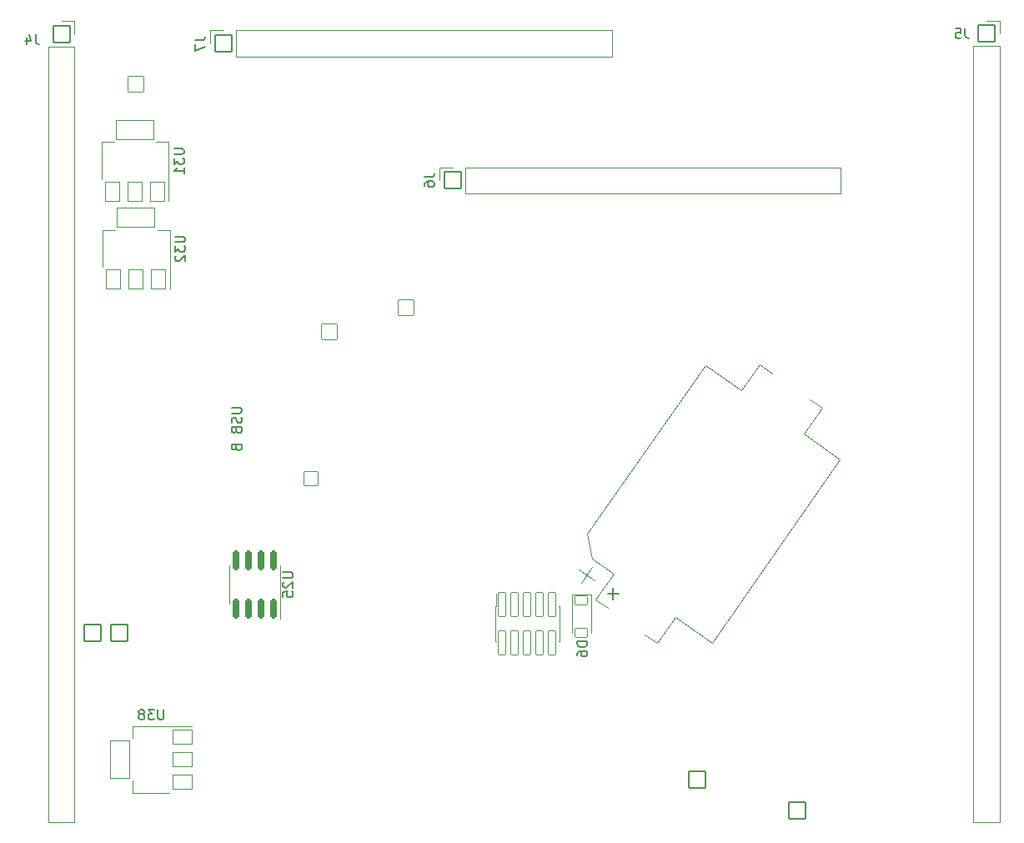
<source format=gbr>
%TF.GenerationSoftware,KiCad,Pcbnew,7.0.8*%
%TF.CreationDate,2024-09-29T20:52:00+01:00*%
%TF.ProjectId,polygonus-Shortage-Version,706f6c79-676f-46e7-9573-2d53686f7274,rev?*%
%TF.SameCoordinates,Original*%
%TF.FileFunction,Legend,Bot*%
%TF.FilePolarity,Positive*%
%FSLAX46Y46*%
G04 Gerber Fmt 4.6, Leading zero omitted, Abs format (unit mm)*
G04 Created by KiCad (PCBNEW 7.0.8) date 2024-09-29 20:52:00*
%MOMM*%
%LPD*%
G01*
G04 APERTURE LIST*
G04 Aperture macros list*
%AMRoundRect*
0 Rectangle with rounded corners*
0 $1 Rounding radius*
0 $2 $3 $4 $5 $6 $7 $8 $9 X,Y pos of 4 corners*
0 Add a 4 corners polygon primitive as box body*
4,1,4,$2,$3,$4,$5,$6,$7,$8,$9,$2,$3,0*
0 Add four circle primitives for the rounded corners*
1,1,$1+$1,$2,$3*
1,1,$1+$1,$4,$5*
1,1,$1+$1,$6,$7*
1,1,$1+$1,$8,$9*
0 Add four rect primitives between the rounded corners*
20,1,$1+$1,$2,$3,$4,$5,0*
20,1,$1+$1,$4,$5,$6,$7,0*
20,1,$1+$1,$6,$7,$8,$9,0*
20,1,$1+$1,$8,$9,$2,$3,0*%
G04 Aperture macros list end*
%ADD10C,0.150000*%
%ADD11C,0.200000*%
%ADD12C,0.120000*%
%ADD13RoundRect,0.048000X0.800000X0.800000X-0.800000X0.800000X-0.800000X-0.800000X0.800000X-0.800000X0*%
%ADD14C,1.696000*%
%ADD15RoundRect,0.048000X0.850000X-0.850000X0.850000X0.850000X-0.850000X0.850000X-0.850000X-0.850000X0*%
%ADD16O,1.796000X1.796000*%
%ADD17RoundRect,0.048000X0.800000X-0.800000X0.800000X0.800000X-0.800000X0.800000X-0.800000X-0.800000X0*%
%ADD18RoundRect,0.048000X-0.700000X0.700000X-0.700000X-0.700000X0.700000X-0.700000X0.700000X0.700000X0*%
%ADD19C,1.496000*%
%ADD20C,3.096000*%
%ADD21C,1.086600*%
%ADD22RoundRect,0.048000X-0.850000X-0.850000X0.850000X-0.850000X0.850000X0.850000X-0.850000X0.850000X0*%
%ADD23RoundRect,0.048000X-0.370000X1.200000X-0.370000X-1.200000X0.370000X-1.200000X0.370000X1.200000X0*%
%ADD24RoundRect,0.048000X-0.728824X2.097335X-2.220123X-0.032460X0.728824X-2.097335X2.220123X0.032460X0*%
%ADD25RoundRect,0.198000X0.150000X-0.825000X0.150000X0.825000X-0.150000X0.825000X-0.150000X-0.825000X0*%
%ADD26RoundRect,0.048000X0.750000X-1.000000X0.750000X1.000000X-0.750000X1.000000X-0.750000X-1.000000X0*%
%ADD27RoundRect,0.048000X1.900000X-1.000000X1.900000X1.000000X-1.900000X1.000000X-1.900000X-1.000000X0*%
%ADD28RoundRect,0.048000X0.850000X0.850000X-0.850000X0.850000X-0.850000X-0.850000X0.850000X-0.850000X0*%
%ADD29RoundRect,0.048000X1.000000X0.750000X-1.000000X0.750000X-1.000000X-0.750000X1.000000X-0.750000X0*%
%ADD30RoundRect,0.048000X1.000000X1.900000X-1.000000X1.900000X-1.000000X-1.900000X1.000000X-1.900000X0*%
%ADD31RoundRect,0.048000X-0.850000X0.850000X-0.850000X-0.850000X0.850000X-0.850000X0.850000X0.850000X0*%
%ADD32RoundRect,0.048000X-0.600000X0.450000X-0.600000X-0.450000X0.600000X-0.450000X0.600000X0.450000X0*%
G04 APERTURE END LIST*
D10*
X78657819Y-95295143D02*
X79467342Y-95295143D01*
X79467342Y-95295143D02*
X79562580Y-95342762D01*
X79562580Y-95342762D02*
X79610200Y-95390381D01*
X79610200Y-95390381D02*
X79657819Y-95485619D01*
X79657819Y-95485619D02*
X79657819Y-95676095D01*
X79657819Y-95676095D02*
X79610200Y-95771333D01*
X79610200Y-95771333D02*
X79562580Y-95818952D01*
X79562580Y-95818952D02*
X79467342Y-95866571D01*
X79467342Y-95866571D02*
X78657819Y-95866571D01*
X79610200Y-96295143D02*
X79657819Y-96438000D01*
X79657819Y-96438000D02*
X79657819Y-96676095D01*
X79657819Y-96676095D02*
X79610200Y-96771333D01*
X79610200Y-96771333D02*
X79562580Y-96818952D01*
X79562580Y-96818952D02*
X79467342Y-96866571D01*
X79467342Y-96866571D02*
X79372104Y-96866571D01*
X79372104Y-96866571D02*
X79276866Y-96818952D01*
X79276866Y-96818952D02*
X79229247Y-96771333D01*
X79229247Y-96771333D02*
X79181628Y-96676095D01*
X79181628Y-96676095D02*
X79134009Y-96485619D01*
X79134009Y-96485619D02*
X79086390Y-96390381D01*
X79086390Y-96390381D02*
X79038771Y-96342762D01*
X79038771Y-96342762D02*
X78943533Y-96295143D01*
X78943533Y-96295143D02*
X78848295Y-96295143D01*
X78848295Y-96295143D02*
X78753057Y-96342762D01*
X78753057Y-96342762D02*
X78705438Y-96390381D01*
X78705438Y-96390381D02*
X78657819Y-96485619D01*
X78657819Y-96485619D02*
X78657819Y-96723714D01*
X78657819Y-96723714D02*
X78705438Y-96866571D01*
X79134009Y-97628476D02*
X79181628Y-97771333D01*
X79181628Y-97771333D02*
X79229247Y-97818952D01*
X79229247Y-97818952D02*
X79324485Y-97866571D01*
X79324485Y-97866571D02*
X79467342Y-97866571D01*
X79467342Y-97866571D02*
X79562580Y-97818952D01*
X79562580Y-97818952D02*
X79610200Y-97771333D01*
X79610200Y-97771333D02*
X79657819Y-97676095D01*
X79657819Y-97676095D02*
X79657819Y-97295143D01*
X79657819Y-97295143D02*
X78657819Y-97295143D01*
X78657819Y-97295143D02*
X78657819Y-97628476D01*
X78657819Y-97628476D02*
X78705438Y-97723714D01*
X78705438Y-97723714D02*
X78753057Y-97771333D01*
X78753057Y-97771333D02*
X78848295Y-97818952D01*
X78848295Y-97818952D02*
X78943533Y-97818952D01*
X78943533Y-97818952D02*
X79038771Y-97771333D01*
X79038771Y-97771333D02*
X79086390Y-97723714D01*
X79086390Y-97723714D02*
X79134009Y-97628476D01*
X79134009Y-97628476D02*
X79134009Y-97295143D01*
X79134009Y-99390381D02*
X79181628Y-99533238D01*
X79181628Y-99533238D02*
X79229247Y-99580857D01*
X79229247Y-99580857D02*
X79324485Y-99628476D01*
X79324485Y-99628476D02*
X79467342Y-99628476D01*
X79467342Y-99628476D02*
X79562580Y-99580857D01*
X79562580Y-99580857D02*
X79610200Y-99533238D01*
X79610200Y-99533238D02*
X79657819Y-99438000D01*
X79657819Y-99438000D02*
X79657819Y-99057048D01*
X79657819Y-99057048D02*
X78657819Y-99057048D01*
X78657819Y-99057048D02*
X78657819Y-99390381D01*
X78657819Y-99390381D02*
X78705438Y-99485619D01*
X78705438Y-99485619D02*
X78753057Y-99533238D01*
X78753057Y-99533238D02*
X78848295Y-99580857D01*
X78848295Y-99580857D02*
X78943533Y-99580857D01*
X78943533Y-99580857D02*
X79038771Y-99533238D01*
X79038771Y-99533238D02*
X79086390Y-99485619D01*
X79086390Y-99485619D02*
X79134009Y-99390381D01*
X79134009Y-99390381D02*
X79134009Y-99057048D01*
D11*
X117954807Y-114204156D02*
X116811950Y-114204156D01*
X117383378Y-114775584D02*
X117383378Y-113632727D01*
D10*
X83869875Y-112019100D02*
X84679398Y-112019100D01*
X84679398Y-112019100D02*
X84774636Y-112066719D01*
X84774636Y-112066719D02*
X84822256Y-112114338D01*
X84822256Y-112114338D02*
X84869875Y-112209576D01*
X84869875Y-112209576D02*
X84869875Y-112400052D01*
X84869875Y-112400052D02*
X84822256Y-112495290D01*
X84822256Y-112495290D02*
X84774636Y-112542909D01*
X84774636Y-112542909D02*
X84679398Y-112590528D01*
X84679398Y-112590528D02*
X83869875Y-112590528D01*
X83965113Y-113019100D02*
X83917494Y-113066719D01*
X83917494Y-113066719D02*
X83869875Y-113161957D01*
X83869875Y-113161957D02*
X83869875Y-113400052D01*
X83869875Y-113400052D02*
X83917494Y-113495290D01*
X83917494Y-113495290D02*
X83965113Y-113542909D01*
X83965113Y-113542909D02*
X84060351Y-113590528D01*
X84060351Y-113590528D02*
X84155589Y-113590528D01*
X84155589Y-113590528D02*
X84298446Y-113542909D01*
X84298446Y-113542909D02*
X84869875Y-112971481D01*
X84869875Y-112971481D02*
X84869875Y-113590528D01*
X83869875Y-114495290D02*
X83869875Y-114019100D01*
X83869875Y-114019100D02*
X84346065Y-113971481D01*
X84346065Y-113971481D02*
X84298446Y-114019100D01*
X84298446Y-114019100D02*
X84250827Y-114114338D01*
X84250827Y-114114338D02*
X84250827Y-114352433D01*
X84250827Y-114352433D02*
X84298446Y-114447671D01*
X84298446Y-114447671D02*
X84346065Y-114495290D01*
X84346065Y-114495290D02*
X84441303Y-114542909D01*
X84441303Y-114542909D02*
X84679398Y-114542909D01*
X84679398Y-114542909D02*
X84774636Y-114495290D01*
X84774636Y-114495290D02*
X84822256Y-114447671D01*
X84822256Y-114447671D02*
X84869875Y-114352433D01*
X84869875Y-114352433D02*
X84869875Y-114114338D01*
X84869875Y-114114338D02*
X84822256Y-114019100D01*
X84822256Y-114019100D02*
X84774636Y-113971481D01*
X72908229Y-77913100D02*
X73717752Y-77913100D01*
X73717752Y-77913100D02*
X73812990Y-77960719D01*
X73812990Y-77960719D02*
X73860610Y-78008338D01*
X73860610Y-78008338D02*
X73908229Y-78103576D01*
X73908229Y-78103576D02*
X73908229Y-78294052D01*
X73908229Y-78294052D02*
X73860610Y-78389290D01*
X73860610Y-78389290D02*
X73812990Y-78436909D01*
X73812990Y-78436909D02*
X73717752Y-78484528D01*
X73717752Y-78484528D02*
X72908229Y-78484528D01*
X72908229Y-78865481D02*
X72908229Y-79484528D01*
X72908229Y-79484528D02*
X73289181Y-79151195D01*
X73289181Y-79151195D02*
X73289181Y-79294052D01*
X73289181Y-79294052D02*
X73336800Y-79389290D01*
X73336800Y-79389290D02*
X73384419Y-79436909D01*
X73384419Y-79436909D02*
X73479657Y-79484528D01*
X73479657Y-79484528D02*
X73717752Y-79484528D01*
X73717752Y-79484528D02*
X73812990Y-79436909D01*
X73812990Y-79436909D02*
X73860610Y-79389290D01*
X73860610Y-79389290D02*
X73908229Y-79294052D01*
X73908229Y-79294052D02*
X73908229Y-79008338D01*
X73908229Y-79008338D02*
X73860610Y-78913100D01*
X73860610Y-78913100D02*
X73812990Y-78865481D01*
X73003467Y-79865481D02*
X72955848Y-79913100D01*
X72955848Y-79913100D02*
X72908229Y-80008338D01*
X72908229Y-80008338D02*
X72908229Y-80246433D01*
X72908229Y-80246433D02*
X72955848Y-80341671D01*
X72955848Y-80341671D02*
X73003467Y-80389290D01*
X73003467Y-80389290D02*
X73098705Y-80436909D01*
X73098705Y-80436909D02*
X73193943Y-80436909D01*
X73193943Y-80436909D02*
X73336800Y-80389290D01*
X73336800Y-80389290D02*
X73908229Y-79817862D01*
X73908229Y-79817862D02*
X73908229Y-80436909D01*
X58730994Y-57385580D02*
X58730994Y-58099865D01*
X58730994Y-58099865D02*
X58778613Y-58242722D01*
X58778613Y-58242722D02*
X58873851Y-58337961D01*
X58873851Y-58337961D02*
X59016708Y-58385580D01*
X59016708Y-58385580D02*
X59111946Y-58385580D01*
X57826232Y-57718913D02*
X57826232Y-58385580D01*
X58064327Y-57337961D02*
X58302422Y-58052246D01*
X58302422Y-58052246D02*
X57683375Y-58052246D01*
X72801020Y-69001246D02*
X73610543Y-69001246D01*
X73610543Y-69001246D02*
X73705781Y-69048865D01*
X73705781Y-69048865D02*
X73753401Y-69096484D01*
X73753401Y-69096484D02*
X73801020Y-69191722D01*
X73801020Y-69191722D02*
X73801020Y-69382198D01*
X73801020Y-69382198D02*
X73753401Y-69477436D01*
X73753401Y-69477436D02*
X73705781Y-69525055D01*
X73705781Y-69525055D02*
X73610543Y-69572674D01*
X73610543Y-69572674D02*
X72801020Y-69572674D01*
X72801020Y-69953627D02*
X72801020Y-70572674D01*
X72801020Y-70572674D02*
X73181972Y-70239341D01*
X73181972Y-70239341D02*
X73181972Y-70382198D01*
X73181972Y-70382198D02*
X73229591Y-70477436D01*
X73229591Y-70477436D02*
X73277210Y-70525055D01*
X73277210Y-70525055D02*
X73372448Y-70572674D01*
X73372448Y-70572674D02*
X73610543Y-70572674D01*
X73610543Y-70572674D02*
X73705781Y-70525055D01*
X73705781Y-70525055D02*
X73753401Y-70477436D01*
X73753401Y-70477436D02*
X73801020Y-70382198D01*
X73801020Y-70382198D02*
X73801020Y-70096484D01*
X73801020Y-70096484D02*
X73753401Y-70001246D01*
X73753401Y-70001246D02*
X73705781Y-69953627D01*
X73801020Y-71525055D02*
X73801020Y-70953627D01*
X73801020Y-71239341D02*
X72801020Y-71239341D01*
X72801020Y-71239341D02*
X72943877Y-71144103D01*
X72943877Y-71144103D02*
X73039115Y-71048865D01*
X73039115Y-71048865D02*
X73086734Y-70953627D01*
X71741355Y-125976959D02*
X71741355Y-126786482D01*
X71741355Y-126786482D02*
X71693736Y-126881720D01*
X71693736Y-126881720D02*
X71646117Y-126929340D01*
X71646117Y-126929340D02*
X71550879Y-126976959D01*
X71550879Y-126976959D02*
X71360403Y-126976959D01*
X71360403Y-126976959D02*
X71265165Y-126929340D01*
X71265165Y-126929340D02*
X71217546Y-126881720D01*
X71217546Y-126881720D02*
X71169927Y-126786482D01*
X71169927Y-126786482D02*
X71169927Y-125976959D01*
X70788974Y-125976959D02*
X70169927Y-125976959D01*
X70169927Y-125976959D02*
X70503260Y-126357911D01*
X70503260Y-126357911D02*
X70360403Y-126357911D01*
X70360403Y-126357911D02*
X70265165Y-126405530D01*
X70265165Y-126405530D02*
X70217546Y-126453149D01*
X70217546Y-126453149D02*
X70169927Y-126548387D01*
X70169927Y-126548387D02*
X70169927Y-126786482D01*
X70169927Y-126786482D02*
X70217546Y-126881720D01*
X70217546Y-126881720D02*
X70265165Y-126929340D01*
X70265165Y-126929340D02*
X70360403Y-126976959D01*
X70360403Y-126976959D02*
X70646117Y-126976959D01*
X70646117Y-126976959D02*
X70741355Y-126929340D01*
X70741355Y-126929340D02*
X70788974Y-126881720D01*
X69598498Y-126405530D02*
X69693736Y-126357911D01*
X69693736Y-126357911D02*
X69741355Y-126310292D01*
X69741355Y-126310292D02*
X69788974Y-126215054D01*
X69788974Y-126215054D02*
X69788974Y-126167435D01*
X69788974Y-126167435D02*
X69741355Y-126072197D01*
X69741355Y-126072197D02*
X69693736Y-126024578D01*
X69693736Y-126024578D02*
X69598498Y-125976959D01*
X69598498Y-125976959D02*
X69408022Y-125976959D01*
X69408022Y-125976959D02*
X69312784Y-126024578D01*
X69312784Y-126024578D02*
X69265165Y-126072197D01*
X69265165Y-126072197D02*
X69217546Y-126167435D01*
X69217546Y-126167435D02*
X69217546Y-126215054D01*
X69217546Y-126215054D02*
X69265165Y-126310292D01*
X69265165Y-126310292D02*
X69312784Y-126357911D01*
X69312784Y-126357911D02*
X69408022Y-126405530D01*
X69408022Y-126405530D02*
X69598498Y-126405530D01*
X69598498Y-126405530D02*
X69693736Y-126453149D01*
X69693736Y-126453149D02*
X69741355Y-126500768D01*
X69741355Y-126500768D02*
X69788974Y-126596006D01*
X69788974Y-126596006D02*
X69788974Y-126786482D01*
X69788974Y-126786482D02*
X69741355Y-126881720D01*
X69741355Y-126881720D02*
X69693736Y-126929340D01*
X69693736Y-126929340D02*
X69598498Y-126976959D01*
X69598498Y-126976959D02*
X69408022Y-126976959D01*
X69408022Y-126976959D02*
X69312784Y-126929340D01*
X69312784Y-126929340D02*
X69265165Y-126881720D01*
X69265165Y-126881720D02*
X69217546Y-126786482D01*
X69217546Y-126786482D02*
X69217546Y-126596006D01*
X69217546Y-126596006D02*
X69265165Y-126500768D01*
X69265165Y-126500768D02*
X69312784Y-126453149D01*
X69312784Y-126453149D02*
X69408022Y-126405530D01*
X98207105Y-71879637D02*
X98921390Y-71879637D01*
X98921390Y-71879637D02*
X99064247Y-71832018D01*
X99064247Y-71832018D02*
X99159486Y-71736780D01*
X99159486Y-71736780D02*
X99207105Y-71593923D01*
X99207105Y-71593923D02*
X99207105Y-71498685D01*
X98207105Y-72784399D02*
X98207105Y-72593923D01*
X98207105Y-72593923D02*
X98254724Y-72498685D01*
X98254724Y-72498685D02*
X98302343Y-72451066D01*
X98302343Y-72451066D02*
X98445200Y-72355828D01*
X98445200Y-72355828D02*
X98635676Y-72308209D01*
X98635676Y-72308209D02*
X99016628Y-72308209D01*
X99016628Y-72308209D02*
X99111866Y-72355828D01*
X99111866Y-72355828D02*
X99159486Y-72403447D01*
X99159486Y-72403447D02*
X99207105Y-72498685D01*
X99207105Y-72498685D02*
X99207105Y-72689161D01*
X99207105Y-72689161D02*
X99159486Y-72784399D01*
X99159486Y-72784399D02*
X99111866Y-72832018D01*
X99111866Y-72832018D02*
X99016628Y-72879637D01*
X99016628Y-72879637D02*
X98778533Y-72879637D01*
X98778533Y-72879637D02*
X98683295Y-72832018D01*
X98683295Y-72832018D02*
X98635676Y-72784399D01*
X98635676Y-72784399D02*
X98588057Y-72689161D01*
X98588057Y-72689161D02*
X98588057Y-72498685D01*
X98588057Y-72498685D02*
X98635676Y-72403447D01*
X98635676Y-72403447D02*
X98683295Y-72355828D01*
X98683295Y-72355828D02*
X98778533Y-72308209D01*
X114749031Y-119056310D02*
X113749031Y-119056310D01*
X113749031Y-119056310D02*
X113749031Y-119294405D01*
X113749031Y-119294405D02*
X113796650Y-119437262D01*
X113796650Y-119437262D02*
X113891888Y-119532500D01*
X113891888Y-119532500D02*
X113987126Y-119580119D01*
X113987126Y-119580119D02*
X114177602Y-119627738D01*
X114177602Y-119627738D02*
X114320459Y-119627738D01*
X114320459Y-119627738D02*
X114510935Y-119580119D01*
X114510935Y-119580119D02*
X114606173Y-119532500D01*
X114606173Y-119532500D02*
X114701412Y-119437262D01*
X114701412Y-119437262D02*
X114749031Y-119294405D01*
X114749031Y-119294405D02*
X114749031Y-119056310D01*
X113749031Y-120484881D02*
X113749031Y-120294405D01*
X113749031Y-120294405D02*
X113796650Y-120199167D01*
X113796650Y-120199167D02*
X113844269Y-120151548D01*
X113844269Y-120151548D02*
X113987126Y-120056310D01*
X113987126Y-120056310D02*
X114177602Y-120008691D01*
X114177602Y-120008691D02*
X114558554Y-120008691D01*
X114558554Y-120008691D02*
X114653792Y-120056310D01*
X114653792Y-120056310D02*
X114701412Y-120103929D01*
X114701412Y-120103929D02*
X114749031Y-120199167D01*
X114749031Y-120199167D02*
X114749031Y-120389643D01*
X114749031Y-120389643D02*
X114701412Y-120484881D01*
X114701412Y-120484881D02*
X114653792Y-120532500D01*
X114653792Y-120532500D02*
X114558554Y-120580119D01*
X114558554Y-120580119D02*
X114320459Y-120580119D01*
X114320459Y-120580119D02*
X114225221Y-120532500D01*
X114225221Y-120532500D02*
X114177602Y-120484881D01*
X114177602Y-120484881D02*
X114129983Y-120389643D01*
X114129983Y-120389643D02*
X114129983Y-120199167D01*
X114129983Y-120199167D02*
X114177602Y-120103929D01*
X114177602Y-120103929D02*
X114225221Y-120056310D01*
X114225221Y-120056310D02*
X114320459Y-120008691D01*
X153132376Y-56785040D02*
X153132376Y-57499325D01*
X153132376Y-57499325D02*
X153179995Y-57642182D01*
X153179995Y-57642182D02*
X153275233Y-57737421D01*
X153275233Y-57737421D02*
X153418090Y-57785040D01*
X153418090Y-57785040D02*
X153513328Y-57785040D01*
X152179995Y-56785040D02*
X152656185Y-56785040D01*
X152656185Y-56785040D02*
X152703804Y-57261230D01*
X152703804Y-57261230D02*
X152656185Y-57213611D01*
X152656185Y-57213611D02*
X152560947Y-57165992D01*
X152560947Y-57165992D02*
X152322852Y-57165992D01*
X152322852Y-57165992D02*
X152227614Y-57213611D01*
X152227614Y-57213611D02*
X152179995Y-57261230D01*
X152179995Y-57261230D02*
X152132376Y-57356468D01*
X152132376Y-57356468D02*
X152132376Y-57594563D01*
X152132376Y-57594563D02*
X152179995Y-57689801D01*
X152179995Y-57689801D02*
X152227614Y-57737421D01*
X152227614Y-57737421D02*
X152322852Y-57785040D01*
X152322852Y-57785040D02*
X152560947Y-57785040D01*
X152560947Y-57785040D02*
X152656185Y-57737421D01*
X152656185Y-57737421D02*
X152703804Y-57689801D01*
X74930819Y-57987754D02*
X75645104Y-57987754D01*
X75645104Y-57987754D02*
X75787961Y-57940135D01*
X75787961Y-57940135D02*
X75883200Y-57844897D01*
X75883200Y-57844897D02*
X75930819Y-57702040D01*
X75930819Y-57702040D02*
X75930819Y-57606802D01*
X74930819Y-58368707D02*
X74930819Y-59035373D01*
X74930819Y-59035373D02*
X75930819Y-58606802D01*
D12*
%TO.C,J8*%
X105497000Y-114160000D02*
X105497000Y-115485000D01*
X111902000Y-115485000D02*
X111902000Y-119015000D01*
X111837000Y-115485000D02*
X111902000Y-115485000D01*
X105432000Y-115485000D02*
X105497000Y-115485000D01*
X105432000Y-115485000D02*
X105432000Y-119015000D01*
X111837000Y-119015000D02*
X111902000Y-119015000D01*
X105432000Y-119015000D02*
X105497000Y-119015000D01*
%TO.C,BT1*%
X115582727Y-114768393D02*
X116852413Y-115657436D01*
X121890198Y-119184932D02*
X120620513Y-118295888D01*
X115529746Y-112839094D02*
X113891442Y-111691942D01*
X115284170Y-111446366D02*
X114137018Y-113084670D01*
X115206462Y-110598450D02*
X117418172Y-112147106D01*
X117418172Y-112147106D02*
X115582727Y-114768393D01*
X123725643Y-116563645D02*
X121890198Y-119184932D01*
X127411827Y-119144739D02*
X123725643Y-116563645D01*
X127411827Y-119144739D02*
X140432012Y-100549988D01*
X114764425Y-108091539D02*
X115206462Y-110598450D01*
X126752173Y-90971261D02*
X114764425Y-108091539D01*
X126752173Y-90971261D02*
X130438357Y-93552355D01*
X130438357Y-93552355D02*
X132273802Y-90931068D01*
X136745828Y-97968894D02*
X138581273Y-95347607D01*
X140432012Y-100549988D02*
X136745828Y-97968894D01*
X132273802Y-90931068D02*
X133543487Y-91820112D01*
X138581273Y-95347607D02*
X137311587Y-94458564D01*
%TO.C,U25*%
X78455056Y-113257195D02*
X78455056Y-115207195D01*
X78455056Y-113257195D02*
X78455056Y-111307195D01*
X83575056Y-113257195D02*
X83575056Y-116707195D01*
X83575056Y-113257195D02*
X83575056Y-111307195D01*
%TO.C,U32*%
X72363410Y-83251195D02*
X72363410Y-77241195D01*
X65543410Y-81001195D02*
X65543410Y-77241195D01*
X65543410Y-77241195D02*
X66803410Y-77241195D01*
X72363410Y-77241195D02*
X71103410Y-77241195D01*
%TO.C,J4*%
X62693317Y-137405316D02*
X60033317Y-137405316D01*
X62693317Y-58605316D02*
X62693317Y-137405316D01*
X62693317Y-58605316D02*
X60033317Y-58605316D01*
X62693317Y-57335316D02*
X62693317Y-56005316D01*
X62693317Y-56005316D02*
X61363317Y-56005316D01*
X60033317Y-58605316D02*
X60033317Y-137405316D01*
%TO.C,U31*%
X72256201Y-74339341D02*
X72256201Y-68329341D01*
X65436201Y-72089341D02*
X65436201Y-68329341D01*
X65436201Y-68329341D02*
X66696201Y-68329341D01*
X72256201Y-68329341D02*
X70996201Y-68329341D01*
%TO.C,U38*%
X74603261Y-127612140D02*
X68593261Y-127612140D01*
X72353261Y-134432140D02*
X68593261Y-134432140D01*
X68593261Y-134432140D02*
X68593261Y-133172140D01*
X68593261Y-127612140D02*
X68593261Y-128872140D01*
%TO.C,J6*%
X140512286Y-70882971D02*
X140512286Y-73542971D01*
X102352286Y-70882971D02*
X140512286Y-70882971D01*
X102352286Y-70882971D02*
X102352286Y-73542971D01*
X101082286Y-70882971D02*
X99752286Y-70882971D01*
X99752286Y-70882971D02*
X99752286Y-72212971D01*
X102352286Y-73542971D02*
X140512286Y-73542971D01*
%TO.C,D6*%
X115184431Y-114276731D02*
X115184431Y-118176731D01*
X113184431Y-114276731D02*
X115184431Y-114276731D01*
X113184431Y-114276731D02*
X113184431Y-118176731D01*
%TO.C,J5*%
X156606000Y-137400221D02*
X153946000Y-137400221D01*
X156606000Y-58600221D02*
X156606000Y-137400221D01*
X156606000Y-58600221D02*
X153946000Y-58600221D01*
X156606000Y-57330221D02*
X156606000Y-56000221D01*
X156606000Y-56000221D02*
X155276000Y-56000221D01*
X153946000Y-58600221D02*
X153946000Y-137400221D01*
%TO.C,J7*%
X117236000Y-56991088D02*
X117236000Y-59651088D01*
X79076000Y-56991088D02*
X117236000Y-56991088D01*
X79076000Y-56991088D02*
X79076000Y-59651088D01*
X77806000Y-56991088D02*
X76476000Y-56991088D01*
X76476000Y-56991088D02*
X76476000Y-58321088D01*
X79076000Y-59651088D02*
X117236000Y-59651088D01*
%TD*%
%LPC*%
D13*
%TO.C,C6*%
X96348000Y-85119000D03*
D14*
X92848000Y-85119000D03*
%TD*%
D13*
%TO.C,J13*%
X88610209Y-87595853D03*
D14*
X86110209Y-87595853D03*
X83610209Y-87595853D03*
X81110209Y-87595853D03*
X78610209Y-87595853D03*
%TD*%
D15*
%TO.C,J11*%
X125881501Y-133044837D03*
D16*
X128421501Y-133044837D03*
X130961501Y-133044837D03*
X133501501Y-133044837D03*
X136041501Y-133044837D03*
X138581501Y-133044837D03*
%TD*%
D17*
%TO.C,C1*%
X68916000Y-62423028D03*
D14*
X68916000Y-58923028D03*
%TD*%
D15*
%TO.C,J12*%
X136088339Y-136214983D03*
D16*
X138628339Y-136214983D03*
%TD*%
D18*
%TO.C,J14*%
X86696000Y-102518000D03*
D19*
X86696000Y-100018000D03*
X83496000Y-100018000D03*
X83496000Y-102518000D03*
D20*
X83986000Y-95248000D03*
X83986000Y-107288000D03*
%TD*%
D21*
%TO.C,J9*%
X89236000Y-120679000D03*
X88220000Y-115599000D03*
X90252000Y-115599000D03*
%TD*%
D22*
%TO.C,J16*%
X67258834Y-118181164D03*
%TD*%
%TO.C,J15*%
X64502327Y-118189319D03*
%TD*%
D23*
%TO.C,J8*%
X106127000Y-115300000D03*
X106127000Y-119200000D03*
X107397000Y-115300000D03*
X107397000Y-119200000D03*
X108667000Y-115300000D03*
X108667000Y-119200000D03*
X109937000Y-115300000D03*
X109937000Y-119200000D03*
X111207000Y-115300000D03*
X111207000Y-119200000D03*
%TD*%
D24*
%TO.C,BT1*%
X118679105Y-117058577D03*
X135484895Y-93057423D03*
%TD*%
D25*
%TO.C,U25*%
X82920056Y-115732195D03*
X81650056Y-115732195D03*
X80380056Y-115732195D03*
X79110056Y-115732195D03*
X79110056Y-110782195D03*
X80380056Y-110782195D03*
X81650056Y-110782195D03*
X82920056Y-110782195D03*
%TD*%
D26*
%TO.C,U32*%
X71253410Y-82301195D03*
X68953410Y-82301195D03*
X66653410Y-82301195D03*
D27*
X68953410Y-76001195D03*
%TD*%
D28*
%TO.C,J4*%
X61363317Y-57335316D03*
D16*
X61363317Y-59875316D03*
X61363317Y-62415316D03*
X61363317Y-64955316D03*
X61363317Y-67495316D03*
X61363317Y-70035316D03*
X61363317Y-72575316D03*
X61363317Y-75115316D03*
X61363317Y-77655316D03*
X61363317Y-80195316D03*
X61363317Y-82735316D03*
X61363317Y-85275316D03*
X61363317Y-87815316D03*
X61363317Y-90355316D03*
X61363317Y-92895316D03*
X61363317Y-95435316D03*
X61363317Y-97975316D03*
X61363317Y-100515316D03*
X61363317Y-103055316D03*
X61363317Y-105595316D03*
X61363317Y-108135316D03*
X61363317Y-110675316D03*
X61363317Y-113215316D03*
X61363317Y-115755316D03*
X61363317Y-118295316D03*
X61363317Y-120835316D03*
X61363317Y-123375316D03*
X61363317Y-125915316D03*
X61363317Y-128455316D03*
X61363317Y-130995316D03*
X61363317Y-133535316D03*
X61363317Y-136075316D03*
%TD*%
D26*
%TO.C,U31*%
X71146201Y-73389341D03*
X68846201Y-73389341D03*
X66546201Y-73389341D03*
D27*
X68846201Y-67089341D03*
%TD*%
D29*
%TO.C,U38*%
X73653261Y-128722140D03*
X73653261Y-131022140D03*
X73653261Y-133322140D03*
D30*
X67353261Y-131022140D03*
%TD*%
D31*
%TO.C,J6*%
X101082286Y-72212971D03*
D16*
X103622286Y-72212971D03*
X106162286Y-72212971D03*
X108702286Y-72212971D03*
X111242286Y-72212971D03*
X113782286Y-72212971D03*
X116322286Y-72212971D03*
X118862286Y-72212971D03*
X121402286Y-72212971D03*
X123942286Y-72212971D03*
X126482286Y-72212971D03*
X129022286Y-72212971D03*
X131562286Y-72212971D03*
X134102286Y-72212971D03*
X136642286Y-72212971D03*
X139182286Y-72212971D03*
%TD*%
D32*
%TO.C,D6*%
X114184431Y-114876731D03*
X114184431Y-118176731D03*
%TD*%
D28*
%TO.C,J5*%
X155276000Y-57330221D03*
D16*
X155276000Y-59870221D03*
X155276000Y-62410221D03*
X155276000Y-64950221D03*
X155276000Y-67490221D03*
X155276000Y-70030221D03*
X155276000Y-72570221D03*
X155276000Y-75110221D03*
X155276000Y-77650221D03*
X155276000Y-80190221D03*
X155276000Y-82730221D03*
X155276000Y-85270221D03*
X155276000Y-87810221D03*
X155276000Y-90350221D03*
X155276000Y-92890221D03*
X155276000Y-95430221D03*
X155276000Y-97970221D03*
X155276000Y-100510221D03*
X155276000Y-103050221D03*
X155276000Y-105590221D03*
X155276000Y-108130221D03*
X155276000Y-110670221D03*
X155276000Y-113210221D03*
X155276000Y-115750221D03*
X155276000Y-118290221D03*
X155276000Y-120830221D03*
X155276000Y-123370221D03*
X155276000Y-125910221D03*
X155276000Y-128450221D03*
X155276000Y-130990221D03*
X155276000Y-133530221D03*
X155276000Y-136070221D03*
%TD*%
D31*
%TO.C,J7*%
X77806000Y-58321088D03*
D16*
X80346000Y-58321088D03*
X82886000Y-58321088D03*
X85426000Y-58321088D03*
X87966000Y-58321088D03*
X90506000Y-58321088D03*
X93046000Y-58321088D03*
X95586000Y-58321088D03*
X98126000Y-58321088D03*
X100666000Y-58321088D03*
X103206000Y-58321088D03*
X105746000Y-58321088D03*
X108286000Y-58321088D03*
X110826000Y-58321088D03*
X113366000Y-58321088D03*
X115906000Y-58321088D03*
%TD*%
%LPD*%
M02*

</source>
